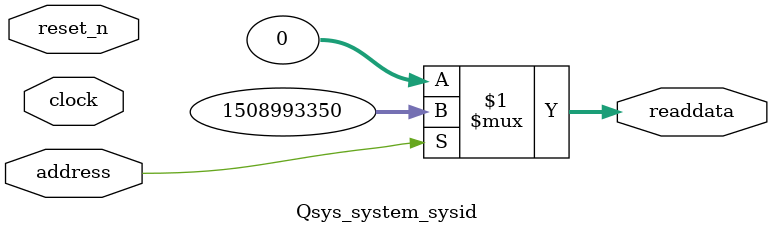
<source format=v>



// synthesis translate_off
`timescale 1ns / 1ps
// synthesis translate_on

// turn off superfluous verilog processor warnings 
// altera message_level Level1 
// altera message_off 10034 10035 10036 10037 10230 10240 10030 

module Qsys_system_sysid (
               // inputs:
                address,
                clock,
                reset_n,

               // outputs:
                readdata
             )
;

  output  [ 31: 0] readdata;
  input            address;
  input            clock;
  input            reset_n;

  wire    [ 31: 0] readdata;
  //control_slave, which is an e_avalon_slave
  assign readdata = address ? 1508993350 : 0;

endmodule




</source>
